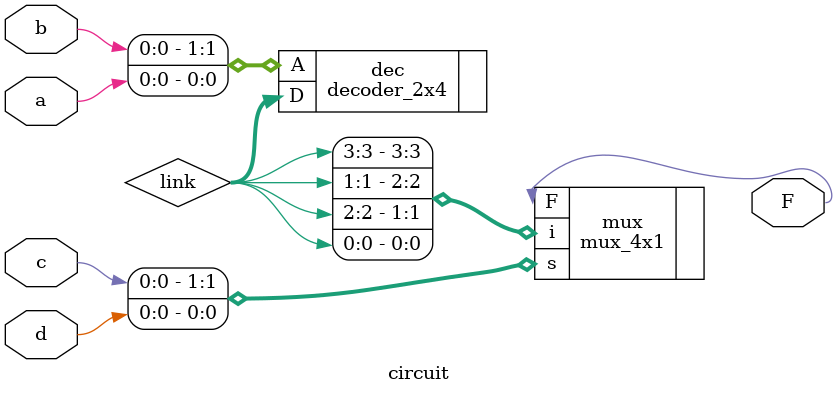
<source format=v>
`timescale 1ns / 1ps


module circuit(
    input a,
    input b,
    input c,
    input d,
    output F
    );
    wire[3:0] link;
    decoder_2x4 dec(.A({b,a}), .D(link));
    mux_4x1 mux(.i({link[3], link[1], link[2], link[0]}), .s({c,d}), .F(F));
endmodule

</source>
